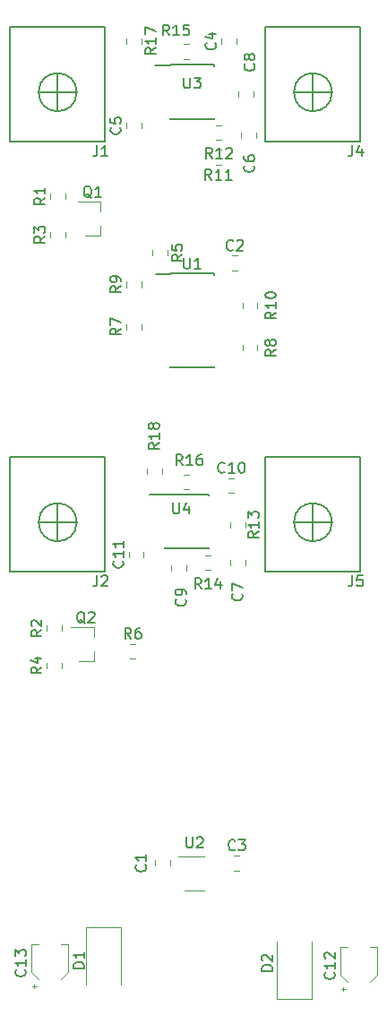
<source format=gbr>
G04 #@! TF.GenerationSoftware,KiCad,Pcbnew,5.0.2+dfsg1-1~bpo9+1*
G04 #@! TF.CreationDate,2019-02-28T12:06:51-08:00*
G04 #@! TF.ProjectId,Drum,4472756d-2e6b-4696-9361-645f70636258,rev?*
G04 #@! TF.SameCoordinates,Original*
G04 #@! TF.FileFunction,Legend,Top*
G04 #@! TF.FilePolarity,Positive*
%FSLAX46Y46*%
G04 Gerber Fmt 4.6, Leading zero omitted, Abs format (unit mm)*
G04 Created by KiCad (PCBNEW 5.0.2+dfsg1-1~bpo9+1) date Thu 28 Feb 2019 12:06:51 PM PST*
%MOMM*%
%LPD*%
G01*
G04 APERTURE LIST*
%ADD10C,0.120000*%
%ADD11C,0.150000*%
G04 APERTURE END LIST*
D10*
G04 #@! TO.C,C13*
X142649500Y-139855500D02*
X143024500Y-139855500D01*
X142837000Y-140043000D02*
X142837000Y-139668000D01*
X145332000Y-139238563D02*
X146032000Y-138538563D01*
X143212000Y-139238563D02*
X142512000Y-138538563D01*
X146032000Y-138538563D02*
X146032000Y-135908000D01*
X142512000Y-138538563D02*
X142512000Y-135908000D01*
X142512000Y-135908000D02*
X143212000Y-135908000D01*
X146032000Y-135908000D02*
X145332000Y-135908000D01*
G04 #@! TO.C,C12*
X175242000Y-136162000D02*
X174542000Y-136162000D01*
X171722000Y-136162000D02*
X172422000Y-136162000D01*
X171722000Y-138792563D02*
X171722000Y-136162000D01*
X175242000Y-138792563D02*
X175242000Y-136162000D01*
X172422000Y-139492563D02*
X171722000Y-138792563D01*
X174542000Y-139492563D02*
X175242000Y-138792563D01*
X172047000Y-140297000D02*
X172047000Y-139922000D01*
X171859500Y-140109500D02*
X172234500Y-140109500D01*
G04 #@! TO.C,D1*
X151002000Y-134268000D02*
X151002000Y-139668000D01*
X147702000Y-134268000D02*
X147702000Y-139668000D01*
X151002000Y-134268000D02*
X147702000Y-134268000D01*
G04 #@! TO.C,D2*
X165736000Y-141068000D02*
X169036000Y-141068000D01*
X169036000Y-141068000D02*
X169036000Y-135668000D01*
X165736000Y-141068000D02*
X165736000Y-135668000D01*
G04 #@! TO.C,C1*
X154250000Y-127965422D02*
X154250000Y-128482578D01*
X155670000Y-127965422D02*
X155670000Y-128482578D01*
G04 #@! TO.C,C2*
X161517922Y-72252000D02*
X162035078Y-72252000D01*
X161517922Y-70832000D02*
X162035078Y-70832000D01*
G04 #@! TO.C,C3*
X161701422Y-128934000D02*
X162218578Y-128934000D01*
X161701422Y-127514000D02*
X162218578Y-127514000D01*
G04 #@! TO.C,C4*
X161924000Y-50800578D02*
X161924000Y-50283422D01*
X160504000Y-50800578D02*
X160504000Y-50283422D01*
G04 #@! TO.C,C5*
X152924000Y-58800578D02*
X152924000Y-58283422D01*
X151504000Y-58800578D02*
X151504000Y-58283422D01*
G04 #@! TO.C,C6*
X162358000Y-59177422D02*
X162358000Y-59694578D01*
X163778000Y-59177422D02*
X163778000Y-59694578D01*
G04 #@! TO.C,C7*
X162762000Y-100080578D02*
X162762000Y-99563422D01*
X161342000Y-100080578D02*
X161342000Y-99563422D01*
G04 #@! TO.C,C8*
X162104000Y-55283422D02*
X162104000Y-55800578D01*
X163524000Y-55283422D02*
X163524000Y-55800578D01*
G04 #@! TO.C,C9*
X155754000Y-100071422D02*
X155754000Y-100588578D01*
X157174000Y-100071422D02*
X157174000Y-100588578D01*
G04 #@! TO.C,C10*
X161193422Y-93252000D02*
X161710578Y-93252000D01*
X161193422Y-91832000D02*
X161710578Y-91832000D01*
G04 #@! TO.C,C11*
X153162000Y-99300578D02*
X153162000Y-98783422D01*
X151742000Y-99300578D02*
X151742000Y-98783422D01*
D11*
G04 #@! TO.C,J5*
X164664000Y-89812000D02*
X173664000Y-89812000D01*
X164664000Y-100712000D02*
X173664000Y-100712000D01*
X164664000Y-89812000D02*
X164664000Y-100712000D01*
X173664000Y-89812000D02*
X173664000Y-100712000D01*
X170964000Y-96012000D02*
G75*
G03X170964000Y-96012000I-1800000J0D01*
G01*
X169164000Y-94212000D02*
X169164000Y-97812000D01*
X167364000Y-96012000D02*
X170964000Y-96012000D01*
G04 #@! TO.C,J1*
X140534000Y-49172000D02*
X149534000Y-49172000D01*
X140534000Y-60072000D02*
X149534000Y-60072000D01*
X140534000Y-49172000D02*
X140534000Y-60072000D01*
X149534000Y-49172000D02*
X149534000Y-60072000D01*
X146834000Y-55372000D02*
G75*
G03X146834000Y-55372000I-1800000J0D01*
G01*
X145034000Y-53572000D02*
X145034000Y-57172000D01*
X143234000Y-55372000D02*
X146834000Y-55372000D01*
G04 #@! TO.C,J2*
X140534000Y-89812000D02*
X149534000Y-89812000D01*
X140534000Y-100712000D02*
X149534000Y-100712000D01*
X140534000Y-89812000D02*
X140534000Y-100712000D01*
X149534000Y-89812000D02*
X149534000Y-100712000D01*
X146834000Y-96012000D02*
G75*
G03X146834000Y-96012000I-1800000J0D01*
G01*
X145034000Y-94212000D02*
X145034000Y-97812000D01*
X143234000Y-96012000D02*
X146834000Y-96012000D01*
G04 #@! TO.C,J4*
X164664000Y-49172000D02*
X173664000Y-49172000D01*
X164664000Y-60072000D02*
X173664000Y-60072000D01*
X164664000Y-49172000D02*
X164664000Y-60072000D01*
X173664000Y-49172000D02*
X173664000Y-60072000D01*
X170964000Y-55372000D02*
G75*
G03X170964000Y-55372000I-1800000J0D01*
G01*
X169164000Y-53572000D02*
X169164000Y-57172000D01*
X167364000Y-55372000D02*
X170964000Y-55372000D01*
G04 #@! TO.C,U1*
X155659000Y-72537000D02*
X154284000Y-72537000D01*
X155659000Y-81412000D02*
X159809000Y-81412000D01*
X155659000Y-72512000D02*
X159809000Y-72512000D01*
X155659000Y-81412000D02*
X155659000Y-81297000D01*
X159809000Y-81412000D02*
X159809000Y-81297000D01*
X159809000Y-72512000D02*
X159809000Y-72627000D01*
X155659000Y-72512000D02*
X155659000Y-72537000D01*
G04 #@! TO.C,U3*
X155659000Y-52847000D02*
X154259000Y-52847000D01*
X155659000Y-57947000D02*
X159809000Y-57947000D01*
X155659000Y-52797000D02*
X159809000Y-52797000D01*
X155659000Y-57947000D02*
X155659000Y-57802000D01*
X159809000Y-57947000D02*
X159809000Y-57802000D01*
X159809000Y-52797000D02*
X159809000Y-52942000D01*
X155659000Y-52797000D02*
X155659000Y-52847000D01*
G04 #@! TO.C,U4*
X155127000Y-93417000D02*
X153727000Y-93417000D01*
X155127000Y-98517000D02*
X159277000Y-98517000D01*
X155127000Y-93367000D02*
X159277000Y-93367000D01*
X155127000Y-98517000D02*
X155127000Y-98372000D01*
X159277000Y-98517000D02*
X159277000Y-98372000D01*
X159277000Y-93367000D02*
X159277000Y-93512000D01*
X155127000Y-93367000D02*
X155127000Y-93417000D01*
D10*
G04 #@! TO.C,Q1*
X149096000Y-68890000D02*
X147636000Y-68890000D01*
X149096000Y-65730000D02*
X146936000Y-65730000D01*
X149096000Y-65730000D02*
X149096000Y-66660000D01*
X149096000Y-68890000D02*
X149096000Y-67960000D01*
G04 #@! TO.C,Q2*
X148474000Y-109122000D02*
X147014000Y-109122000D01*
X148474000Y-105962000D02*
X146314000Y-105962000D01*
X148474000Y-105962000D02*
X148474000Y-106892000D01*
X148474000Y-109122000D02*
X148474000Y-108192000D01*
G04 #@! TO.C,U2*
X158860000Y-127614000D02*
X156410000Y-127614000D01*
X157060000Y-130834000D02*
X158860000Y-130834000D01*
G04 #@! TO.C,R5*
X154004000Y-70283422D02*
X154004000Y-70800578D01*
X155424000Y-70283422D02*
X155424000Y-70800578D01*
G04 #@! TO.C,R4*
X145424000Y-109800578D02*
X145424000Y-109283422D01*
X144004000Y-109800578D02*
X144004000Y-109283422D01*
G04 #@! TO.C,R3*
X145744000Y-69092578D02*
X145744000Y-68575422D01*
X144324000Y-69092578D02*
X144324000Y-68575422D01*
G04 #@! TO.C,R2*
X145424000Y-106300578D02*
X145424000Y-105783422D01*
X144004000Y-106300578D02*
X144004000Y-105783422D01*
G04 #@! TO.C,R1*
X145744000Y-65458078D02*
X145744000Y-64940922D01*
X144324000Y-65458078D02*
X144324000Y-64940922D01*
G04 #@! TO.C,R6*
X151887422Y-108914000D02*
X152404578Y-108914000D01*
X151887422Y-107494000D02*
X152404578Y-107494000D01*
G04 #@! TO.C,R7*
X152924000Y-77800578D02*
X152924000Y-77283422D01*
X151504000Y-77800578D02*
X151504000Y-77283422D01*
G04 #@! TO.C,R8*
X163924000Y-79800578D02*
X163924000Y-79283422D01*
X162504000Y-79800578D02*
X162504000Y-79283422D01*
G04 #@! TO.C,R9*
X152924000Y-73800578D02*
X152924000Y-73283422D01*
X151504000Y-73800578D02*
X151504000Y-73283422D01*
G04 #@! TO.C,R12*
X160015422Y-59892000D02*
X160532578Y-59892000D01*
X160015422Y-58472000D02*
X160532578Y-58472000D01*
G04 #@! TO.C,R13*
X162762000Y-96524578D02*
X162762000Y-96007422D01*
X161342000Y-96524578D02*
X161342000Y-96007422D01*
G04 #@! TO.C,R14*
X158999422Y-100532000D02*
X159516578Y-100532000D01*
X158999422Y-99112000D02*
X159516578Y-99112000D01*
G04 #@! TO.C,R15*
X157472578Y-50832000D02*
X156955422Y-50832000D01*
X157472578Y-52252000D02*
X156955422Y-52252000D01*
G04 #@! TO.C,R16*
X157484578Y-91492000D02*
X156967422Y-91492000D01*
X157484578Y-92912000D02*
X156967422Y-92912000D01*
G04 #@! TO.C,R17*
X151504000Y-50283422D02*
X151504000Y-50800578D01*
X152924000Y-50283422D02*
X152924000Y-50800578D01*
G04 #@! TO.C,R18*
X154888000Y-91444578D02*
X154888000Y-90927422D01*
X153468000Y-91444578D02*
X153468000Y-90927422D01*
G04 #@! TO.C,R10*
X163924000Y-75800578D02*
X163924000Y-75283422D01*
X162504000Y-75800578D02*
X162504000Y-75283422D01*
G04 #@! TO.C,R11*
X160472578Y-60832000D02*
X159955422Y-60832000D01*
X160472578Y-62252000D02*
X159955422Y-62252000D01*
G04 #@! TO.C,C13*
D11*
X141929142Y-138310857D02*
X141976761Y-138358476D01*
X142024380Y-138501333D01*
X142024380Y-138596571D01*
X141976761Y-138739428D01*
X141881523Y-138834666D01*
X141786285Y-138882285D01*
X141595809Y-138929904D01*
X141452952Y-138929904D01*
X141262476Y-138882285D01*
X141167238Y-138834666D01*
X141072000Y-138739428D01*
X141024380Y-138596571D01*
X141024380Y-138501333D01*
X141072000Y-138358476D01*
X141119619Y-138310857D01*
X142024380Y-137358476D02*
X142024380Y-137929904D01*
X142024380Y-137644190D02*
X141024380Y-137644190D01*
X141167238Y-137739428D01*
X141262476Y-137834666D01*
X141310095Y-137929904D01*
X141024380Y-137025142D02*
X141024380Y-136406095D01*
X141405333Y-136739428D01*
X141405333Y-136596571D01*
X141452952Y-136501333D01*
X141500571Y-136453714D01*
X141595809Y-136406095D01*
X141833904Y-136406095D01*
X141929142Y-136453714D01*
X141976761Y-136501333D01*
X142024380Y-136596571D01*
X142024380Y-136882285D01*
X141976761Y-136977523D01*
X141929142Y-137025142D01*
G04 #@! TO.C,C12*
X171139142Y-138564857D02*
X171186761Y-138612476D01*
X171234380Y-138755333D01*
X171234380Y-138850571D01*
X171186761Y-138993428D01*
X171091523Y-139088666D01*
X170996285Y-139136285D01*
X170805809Y-139183904D01*
X170662952Y-139183904D01*
X170472476Y-139136285D01*
X170377238Y-139088666D01*
X170282000Y-138993428D01*
X170234380Y-138850571D01*
X170234380Y-138755333D01*
X170282000Y-138612476D01*
X170329619Y-138564857D01*
X171234380Y-137612476D02*
X171234380Y-138183904D01*
X171234380Y-137898190D02*
X170234380Y-137898190D01*
X170377238Y-137993428D01*
X170472476Y-138088666D01*
X170520095Y-138183904D01*
X170329619Y-137231523D02*
X170282000Y-137183904D01*
X170234380Y-137088666D01*
X170234380Y-136850571D01*
X170282000Y-136755333D01*
X170329619Y-136707714D01*
X170424857Y-136660095D01*
X170520095Y-136660095D01*
X170662952Y-136707714D01*
X171234380Y-137279142D01*
X171234380Y-136660095D01*
G04 #@! TO.C,D1*
X147518380Y-138152095D02*
X146518380Y-138152095D01*
X146518380Y-137914000D01*
X146566000Y-137771142D01*
X146661238Y-137675904D01*
X146756476Y-137628285D01*
X146946952Y-137580666D01*
X147089809Y-137580666D01*
X147280285Y-137628285D01*
X147375523Y-137675904D01*
X147470761Y-137771142D01*
X147518380Y-137914000D01*
X147518380Y-138152095D01*
X147518380Y-136628285D02*
X147518380Y-137199714D01*
X147518380Y-136914000D02*
X146518380Y-136914000D01*
X146661238Y-137009238D01*
X146756476Y-137104476D01*
X146804095Y-137199714D01*
G04 #@! TO.C,D2*
X165338380Y-138406095D02*
X164338380Y-138406095D01*
X164338380Y-138168000D01*
X164386000Y-138025142D01*
X164481238Y-137929904D01*
X164576476Y-137882285D01*
X164766952Y-137834666D01*
X164909809Y-137834666D01*
X165100285Y-137882285D01*
X165195523Y-137929904D01*
X165290761Y-138025142D01*
X165338380Y-138168000D01*
X165338380Y-138406095D01*
X164433619Y-137453714D02*
X164386000Y-137406095D01*
X164338380Y-137310857D01*
X164338380Y-137072761D01*
X164386000Y-136977523D01*
X164433619Y-136929904D01*
X164528857Y-136882285D01*
X164624095Y-136882285D01*
X164766952Y-136929904D01*
X165338380Y-137501333D01*
X165338380Y-136882285D01*
G04 #@! TO.C,C1*
X153317142Y-128390666D02*
X153364761Y-128438285D01*
X153412380Y-128581142D01*
X153412380Y-128676380D01*
X153364761Y-128819238D01*
X153269523Y-128914476D01*
X153174285Y-128962095D01*
X152983809Y-129009714D01*
X152840952Y-129009714D01*
X152650476Y-128962095D01*
X152555238Y-128914476D01*
X152460000Y-128819238D01*
X152412380Y-128676380D01*
X152412380Y-128581142D01*
X152460000Y-128438285D01*
X152507619Y-128390666D01*
X153412380Y-127438285D02*
X153412380Y-128009714D01*
X153412380Y-127724000D02*
X152412380Y-127724000D01*
X152555238Y-127819238D01*
X152650476Y-127914476D01*
X152698095Y-128009714D01*
G04 #@! TO.C,C2*
X161609833Y-70249142D02*
X161562214Y-70296761D01*
X161419357Y-70344380D01*
X161324119Y-70344380D01*
X161181261Y-70296761D01*
X161086023Y-70201523D01*
X161038404Y-70106285D01*
X160990785Y-69915809D01*
X160990785Y-69772952D01*
X161038404Y-69582476D01*
X161086023Y-69487238D01*
X161181261Y-69392000D01*
X161324119Y-69344380D01*
X161419357Y-69344380D01*
X161562214Y-69392000D01*
X161609833Y-69439619D01*
X161990785Y-69439619D02*
X162038404Y-69392000D01*
X162133642Y-69344380D01*
X162371738Y-69344380D01*
X162466976Y-69392000D01*
X162514595Y-69439619D01*
X162562214Y-69534857D01*
X162562214Y-69630095D01*
X162514595Y-69772952D01*
X161943166Y-70344380D01*
X162562214Y-70344380D01*
G04 #@! TO.C,C3*
X161793333Y-126931142D02*
X161745714Y-126978761D01*
X161602857Y-127026380D01*
X161507619Y-127026380D01*
X161364761Y-126978761D01*
X161269523Y-126883523D01*
X161221904Y-126788285D01*
X161174285Y-126597809D01*
X161174285Y-126454952D01*
X161221904Y-126264476D01*
X161269523Y-126169238D01*
X161364761Y-126074000D01*
X161507619Y-126026380D01*
X161602857Y-126026380D01*
X161745714Y-126074000D01*
X161793333Y-126121619D01*
X162126666Y-126026380D02*
X162745714Y-126026380D01*
X162412380Y-126407333D01*
X162555238Y-126407333D01*
X162650476Y-126454952D01*
X162698095Y-126502571D01*
X162745714Y-126597809D01*
X162745714Y-126835904D01*
X162698095Y-126931142D01*
X162650476Y-126978761D01*
X162555238Y-127026380D01*
X162269523Y-127026380D01*
X162174285Y-126978761D01*
X162126666Y-126931142D01*
G04 #@! TO.C,C4*
X159921142Y-50708666D02*
X159968761Y-50756285D01*
X160016380Y-50899142D01*
X160016380Y-50994380D01*
X159968761Y-51137238D01*
X159873523Y-51232476D01*
X159778285Y-51280095D01*
X159587809Y-51327714D01*
X159444952Y-51327714D01*
X159254476Y-51280095D01*
X159159238Y-51232476D01*
X159064000Y-51137238D01*
X159016380Y-50994380D01*
X159016380Y-50899142D01*
X159064000Y-50756285D01*
X159111619Y-50708666D01*
X159349714Y-49851523D02*
X160016380Y-49851523D01*
X158968761Y-50089619D02*
X159683047Y-50327714D01*
X159683047Y-49708666D01*
G04 #@! TO.C,C5*
X150921142Y-58708666D02*
X150968761Y-58756285D01*
X151016380Y-58899142D01*
X151016380Y-58994380D01*
X150968761Y-59137238D01*
X150873523Y-59232476D01*
X150778285Y-59280095D01*
X150587809Y-59327714D01*
X150444952Y-59327714D01*
X150254476Y-59280095D01*
X150159238Y-59232476D01*
X150064000Y-59137238D01*
X150016380Y-58994380D01*
X150016380Y-58899142D01*
X150064000Y-58756285D01*
X150111619Y-58708666D01*
X150016380Y-57803904D02*
X150016380Y-58280095D01*
X150492571Y-58327714D01*
X150444952Y-58280095D01*
X150397333Y-58184857D01*
X150397333Y-57946761D01*
X150444952Y-57851523D01*
X150492571Y-57803904D01*
X150587809Y-57756285D01*
X150825904Y-57756285D01*
X150921142Y-57803904D01*
X150968761Y-57851523D01*
X151016380Y-57946761D01*
X151016380Y-58184857D01*
X150968761Y-58280095D01*
X150921142Y-58327714D01*
G04 #@! TO.C,C6*
X163533142Y-62290666D02*
X163580761Y-62338285D01*
X163628380Y-62481142D01*
X163628380Y-62576380D01*
X163580761Y-62719238D01*
X163485523Y-62814476D01*
X163390285Y-62862095D01*
X163199809Y-62909714D01*
X163056952Y-62909714D01*
X162866476Y-62862095D01*
X162771238Y-62814476D01*
X162676000Y-62719238D01*
X162628380Y-62576380D01*
X162628380Y-62481142D01*
X162676000Y-62338285D01*
X162723619Y-62290666D01*
X162628380Y-61433523D02*
X162628380Y-61624000D01*
X162676000Y-61719238D01*
X162723619Y-61766857D01*
X162866476Y-61862095D01*
X163056952Y-61909714D01*
X163437904Y-61909714D01*
X163533142Y-61862095D01*
X163580761Y-61814476D01*
X163628380Y-61719238D01*
X163628380Y-61528761D01*
X163580761Y-61433523D01*
X163533142Y-61385904D01*
X163437904Y-61338285D01*
X163199809Y-61338285D01*
X163104571Y-61385904D01*
X163056952Y-61433523D01*
X163009333Y-61528761D01*
X163009333Y-61719238D01*
X163056952Y-61814476D01*
X163104571Y-61862095D01*
X163199809Y-61909714D01*
G04 #@! TO.C,C7*
X162409142Y-102782666D02*
X162456761Y-102830285D01*
X162504380Y-102973142D01*
X162504380Y-103068380D01*
X162456761Y-103211238D01*
X162361523Y-103306476D01*
X162266285Y-103354095D01*
X162075809Y-103401714D01*
X161932952Y-103401714D01*
X161742476Y-103354095D01*
X161647238Y-103306476D01*
X161552000Y-103211238D01*
X161504380Y-103068380D01*
X161504380Y-102973142D01*
X161552000Y-102830285D01*
X161599619Y-102782666D01*
X161504380Y-102449333D02*
X161504380Y-101782666D01*
X162504380Y-102211238D01*
G04 #@! TO.C,C8*
X163571142Y-52708666D02*
X163618761Y-52756285D01*
X163666380Y-52899142D01*
X163666380Y-52994380D01*
X163618761Y-53137238D01*
X163523523Y-53232476D01*
X163428285Y-53280095D01*
X163237809Y-53327714D01*
X163094952Y-53327714D01*
X162904476Y-53280095D01*
X162809238Y-53232476D01*
X162714000Y-53137238D01*
X162666380Y-52994380D01*
X162666380Y-52899142D01*
X162714000Y-52756285D01*
X162761619Y-52708666D01*
X163094952Y-52137238D02*
X163047333Y-52232476D01*
X162999714Y-52280095D01*
X162904476Y-52327714D01*
X162856857Y-52327714D01*
X162761619Y-52280095D01*
X162714000Y-52232476D01*
X162666380Y-52137238D01*
X162666380Y-51946761D01*
X162714000Y-51851523D01*
X162761619Y-51803904D01*
X162856857Y-51756285D01*
X162904476Y-51756285D01*
X162999714Y-51803904D01*
X163047333Y-51851523D01*
X163094952Y-51946761D01*
X163094952Y-52137238D01*
X163142571Y-52232476D01*
X163190190Y-52280095D01*
X163285428Y-52327714D01*
X163475904Y-52327714D01*
X163571142Y-52280095D01*
X163618761Y-52232476D01*
X163666380Y-52137238D01*
X163666380Y-51946761D01*
X163618761Y-51851523D01*
X163571142Y-51803904D01*
X163475904Y-51756285D01*
X163285428Y-51756285D01*
X163190190Y-51803904D01*
X163142571Y-51851523D01*
X163094952Y-51946761D01*
G04 #@! TO.C,C9*
X157075142Y-103290666D02*
X157122761Y-103338285D01*
X157170380Y-103481142D01*
X157170380Y-103576380D01*
X157122761Y-103719238D01*
X157027523Y-103814476D01*
X156932285Y-103862095D01*
X156741809Y-103909714D01*
X156598952Y-103909714D01*
X156408476Y-103862095D01*
X156313238Y-103814476D01*
X156218000Y-103719238D01*
X156170380Y-103576380D01*
X156170380Y-103481142D01*
X156218000Y-103338285D01*
X156265619Y-103290666D01*
X157170380Y-102814476D02*
X157170380Y-102624000D01*
X157122761Y-102528761D01*
X157075142Y-102481142D01*
X156932285Y-102385904D01*
X156741809Y-102338285D01*
X156360857Y-102338285D01*
X156265619Y-102385904D01*
X156218000Y-102433523D01*
X156170380Y-102528761D01*
X156170380Y-102719238D01*
X156218000Y-102814476D01*
X156265619Y-102862095D01*
X156360857Y-102909714D01*
X156598952Y-102909714D01*
X156694190Y-102862095D01*
X156741809Y-102814476D01*
X156789428Y-102719238D01*
X156789428Y-102528761D01*
X156741809Y-102433523D01*
X156694190Y-102385904D01*
X156598952Y-102338285D01*
G04 #@! TO.C,C10*
X160809142Y-91249142D02*
X160761523Y-91296761D01*
X160618666Y-91344380D01*
X160523428Y-91344380D01*
X160380571Y-91296761D01*
X160285333Y-91201523D01*
X160237714Y-91106285D01*
X160190095Y-90915809D01*
X160190095Y-90772952D01*
X160237714Y-90582476D01*
X160285333Y-90487238D01*
X160380571Y-90392000D01*
X160523428Y-90344380D01*
X160618666Y-90344380D01*
X160761523Y-90392000D01*
X160809142Y-90439619D01*
X161761523Y-91344380D02*
X161190095Y-91344380D01*
X161475809Y-91344380D02*
X161475809Y-90344380D01*
X161380571Y-90487238D01*
X161285333Y-90582476D01*
X161190095Y-90630095D01*
X162380571Y-90344380D02*
X162475809Y-90344380D01*
X162571047Y-90392000D01*
X162618666Y-90439619D01*
X162666285Y-90534857D01*
X162713904Y-90725333D01*
X162713904Y-90963428D01*
X162666285Y-91153904D01*
X162618666Y-91249142D01*
X162571047Y-91296761D01*
X162475809Y-91344380D01*
X162380571Y-91344380D01*
X162285333Y-91296761D01*
X162237714Y-91249142D01*
X162190095Y-91153904D01*
X162142476Y-90963428D01*
X162142476Y-90725333D01*
X162190095Y-90534857D01*
X162237714Y-90439619D01*
X162285333Y-90392000D01*
X162380571Y-90344380D01*
G04 #@! TO.C,C11*
X151159142Y-99684857D02*
X151206761Y-99732476D01*
X151254380Y-99875333D01*
X151254380Y-99970571D01*
X151206761Y-100113428D01*
X151111523Y-100208666D01*
X151016285Y-100256285D01*
X150825809Y-100303904D01*
X150682952Y-100303904D01*
X150492476Y-100256285D01*
X150397238Y-100208666D01*
X150302000Y-100113428D01*
X150254380Y-99970571D01*
X150254380Y-99875333D01*
X150302000Y-99732476D01*
X150349619Y-99684857D01*
X151254380Y-98732476D02*
X151254380Y-99303904D01*
X151254380Y-99018190D02*
X150254380Y-99018190D01*
X150397238Y-99113428D01*
X150492476Y-99208666D01*
X150540095Y-99303904D01*
X151254380Y-97780095D02*
X151254380Y-98351523D01*
X151254380Y-98065809D02*
X150254380Y-98065809D01*
X150397238Y-98161047D01*
X150492476Y-98256285D01*
X150540095Y-98351523D01*
G04 #@! TO.C,J5*
X172894666Y-101052380D02*
X172894666Y-101766666D01*
X172847047Y-101909523D01*
X172751809Y-102004761D01*
X172608952Y-102052380D01*
X172513714Y-102052380D01*
X173847047Y-101052380D02*
X173370857Y-101052380D01*
X173323238Y-101528571D01*
X173370857Y-101480952D01*
X173466095Y-101433333D01*
X173704190Y-101433333D01*
X173799428Y-101480952D01*
X173847047Y-101528571D01*
X173894666Y-101623809D01*
X173894666Y-101861904D01*
X173847047Y-101957142D01*
X173799428Y-102004761D01*
X173704190Y-102052380D01*
X173466095Y-102052380D01*
X173370857Y-102004761D01*
X173323238Y-101957142D01*
G04 #@! TO.C,J1*
X148764666Y-60412380D02*
X148764666Y-61126666D01*
X148717047Y-61269523D01*
X148621809Y-61364761D01*
X148478952Y-61412380D01*
X148383714Y-61412380D01*
X149764666Y-61412380D02*
X149193238Y-61412380D01*
X149478952Y-61412380D02*
X149478952Y-60412380D01*
X149383714Y-60555238D01*
X149288476Y-60650476D01*
X149193238Y-60698095D01*
G04 #@! TO.C,J2*
X148764666Y-101052380D02*
X148764666Y-101766666D01*
X148717047Y-101909523D01*
X148621809Y-102004761D01*
X148478952Y-102052380D01*
X148383714Y-102052380D01*
X149193238Y-101147619D02*
X149240857Y-101100000D01*
X149336095Y-101052380D01*
X149574190Y-101052380D01*
X149669428Y-101100000D01*
X149717047Y-101147619D01*
X149764666Y-101242857D01*
X149764666Y-101338095D01*
X149717047Y-101480952D01*
X149145619Y-102052380D01*
X149764666Y-102052380D01*
G04 #@! TO.C,J4*
X172894666Y-60412380D02*
X172894666Y-61126666D01*
X172847047Y-61269523D01*
X172751809Y-61364761D01*
X172608952Y-61412380D01*
X172513714Y-61412380D01*
X173799428Y-60745714D02*
X173799428Y-61412380D01*
X173561333Y-60364761D02*
X173323238Y-61079047D01*
X173942285Y-61079047D01*
G04 #@! TO.C,U1*
X156972095Y-71039380D02*
X156972095Y-71848904D01*
X157019714Y-71944142D01*
X157067333Y-71991761D01*
X157162571Y-72039380D01*
X157353047Y-72039380D01*
X157448285Y-71991761D01*
X157495904Y-71944142D01*
X157543523Y-71848904D01*
X157543523Y-71039380D01*
X158543523Y-72039380D02*
X157972095Y-72039380D01*
X158257809Y-72039380D02*
X158257809Y-71039380D01*
X158162571Y-71182238D01*
X158067333Y-71277476D01*
X157972095Y-71325095D01*
G04 #@! TO.C,U3*
X156972095Y-53994380D02*
X156972095Y-54803904D01*
X157019714Y-54899142D01*
X157067333Y-54946761D01*
X157162571Y-54994380D01*
X157353047Y-54994380D01*
X157448285Y-54946761D01*
X157495904Y-54899142D01*
X157543523Y-54803904D01*
X157543523Y-53994380D01*
X157924476Y-53994380D02*
X158543523Y-53994380D01*
X158210190Y-54375333D01*
X158353047Y-54375333D01*
X158448285Y-54422952D01*
X158495904Y-54470571D01*
X158543523Y-54565809D01*
X158543523Y-54803904D01*
X158495904Y-54899142D01*
X158448285Y-54946761D01*
X158353047Y-54994380D01*
X158067333Y-54994380D01*
X157972095Y-54946761D01*
X157924476Y-54899142D01*
G04 #@! TO.C,U4*
X155956095Y-94194380D02*
X155956095Y-95003904D01*
X156003714Y-95099142D01*
X156051333Y-95146761D01*
X156146571Y-95194380D01*
X156337047Y-95194380D01*
X156432285Y-95146761D01*
X156479904Y-95099142D01*
X156527523Y-95003904D01*
X156527523Y-94194380D01*
X157432285Y-94527714D02*
X157432285Y-95194380D01*
X157194190Y-94146761D02*
X156956095Y-94861047D01*
X157575142Y-94861047D01*
G04 #@! TO.C,Q1*
X148240761Y-65357619D02*
X148145523Y-65310000D01*
X148050285Y-65214761D01*
X147907428Y-65071904D01*
X147812190Y-65024285D01*
X147716952Y-65024285D01*
X147764571Y-65262380D02*
X147669333Y-65214761D01*
X147574095Y-65119523D01*
X147526476Y-64929047D01*
X147526476Y-64595714D01*
X147574095Y-64405238D01*
X147669333Y-64310000D01*
X147764571Y-64262380D01*
X147955047Y-64262380D01*
X148050285Y-64310000D01*
X148145523Y-64405238D01*
X148193142Y-64595714D01*
X148193142Y-64929047D01*
X148145523Y-65119523D01*
X148050285Y-65214761D01*
X147955047Y-65262380D01*
X147764571Y-65262380D01*
X149145523Y-65262380D02*
X148574095Y-65262380D01*
X148859809Y-65262380D02*
X148859809Y-64262380D01*
X148764571Y-64405238D01*
X148669333Y-64500476D01*
X148574095Y-64548095D01*
G04 #@! TO.C,Q2*
X147618761Y-105589619D02*
X147523523Y-105542000D01*
X147428285Y-105446761D01*
X147285428Y-105303904D01*
X147190190Y-105256285D01*
X147094952Y-105256285D01*
X147142571Y-105494380D02*
X147047333Y-105446761D01*
X146952095Y-105351523D01*
X146904476Y-105161047D01*
X146904476Y-104827714D01*
X146952095Y-104637238D01*
X147047333Y-104542000D01*
X147142571Y-104494380D01*
X147333047Y-104494380D01*
X147428285Y-104542000D01*
X147523523Y-104637238D01*
X147571142Y-104827714D01*
X147571142Y-105161047D01*
X147523523Y-105351523D01*
X147428285Y-105446761D01*
X147333047Y-105494380D01*
X147142571Y-105494380D01*
X147952095Y-104589619D02*
X147999714Y-104542000D01*
X148094952Y-104494380D01*
X148333047Y-104494380D01*
X148428285Y-104542000D01*
X148475904Y-104589619D01*
X148523523Y-104684857D01*
X148523523Y-104780095D01*
X148475904Y-104922952D01*
X147904476Y-105494380D01*
X148523523Y-105494380D01*
G04 #@! TO.C,U2*
X157198095Y-125776380D02*
X157198095Y-126585904D01*
X157245714Y-126681142D01*
X157293333Y-126728761D01*
X157388571Y-126776380D01*
X157579047Y-126776380D01*
X157674285Y-126728761D01*
X157721904Y-126681142D01*
X157769523Y-126585904D01*
X157769523Y-125776380D01*
X158198095Y-125871619D02*
X158245714Y-125824000D01*
X158340952Y-125776380D01*
X158579047Y-125776380D01*
X158674285Y-125824000D01*
X158721904Y-125871619D01*
X158769523Y-125966857D01*
X158769523Y-126062095D01*
X158721904Y-126204952D01*
X158150476Y-126776380D01*
X158769523Y-126776380D01*
G04 #@! TO.C,R5*
X156816380Y-70708666D02*
X156340190Y-71042000D01*
X156816380Y-71280095D02*
X155816380Y-71280095D01*
X155816380Y-70899142D01*
X155864000Y-70803904D01*
X155911619Y-70756285D01*
X156006857Y-70708666D01*
X156149714Y-70708666D01*
X156244952Y-70756285D01*
X156292571Y-70803904D01*
X156340190Y-70899142D01*
X156340190Y-71280095D01*
X155816380Y-69803904D02*
X155816380Y-70280095D01*
X156292571Y-70327714D01*
X156244952Y-70280095D01*
X156197333Y-70184857D01*
X156197333Y-69946761D01*
X156244952Y-69851523D01*
X156292571Y-69803904D01*
X156387809Y-69756285D01*
X156625904Y-69756285D01*
X156721142Y-69803904D01*
X156768761Y-69851523D01*
X156816380Y-69946761D01*
X156816380Y-70184857D01*
X156768761Y-70280095D01*
X156721142Y-70327714D01*
G04 #@! TO.C,R4*
X143516380Y-109708666D02*
X143040190Y-110042000D01*
X143516380Y-110280095D02*
X142516380Y-110280095D01*
X142516380Y-109899142D01*
X142564000Y-109803904D01*
X142611619Y-109756285D01*
X142706857Y-109708666D01*
X142849714Y-109708666D01*
X142944952Y-109756285D01*
X142992571Y-109803904D01*
X143040190Y-109899142D01*
X143040190Y-110280095D01*
X142849714Y-108851523D02*
X143516380Y-108851523D01*
X142468761Y-109089619D02*
X143183047Y-109327714D01*
X143183047Y-108708666D01*
G04 #@! TO.C,R3*
X143836380Y-69000666D02*
X143360190Y-69334000D01*
X143836380Y-69572095D02*
X142836380Y-69572095D01*
X142836380Y-69191142D01*
X142884000Y-69095904D01*
X142931619Y-69048285D01*
X143026857Y-69000666D01*
X143169714Y-69000666D01*
X143264952Y-69048285D01*
X143312571Y-69095904D01*
X143360190Y-69191142D01*
X143360190Y-69572095D01*
X142836380Y-68667333D02*
X142836380Y-68048285D01*
X143217333Y-68381619D01*
X143217333Y-68238761D01*
X143264952Y-68143523D01*
X143312571Y-68095904D01*
X143407809Y-68048285D01*
X143645904Y-68048285D01*
X143741142Y-68095904D01*
X143788761Y-68143523D01*
X143836380Y-68238761D01*
X143836380Y-68524476D01*
X143788761Y-68619714D01*
X143741142Y-68667333D01*
G04 #@! TO.C,R2*
X143516380Y-106208666D02*
X143040190Y-106542000D01*
X143516380Y-106780095D02*
X142516380Y-106780095D01*
X142516380Y-106399142D01*
X142564000Y-106303904D01*
X142611619Y-106256285D01*
X142706857Y-106208666D01*
X142849714Y-106208666D01*
X142944952Y-106256285D01*
X142992571Y-106303904D01*
X143040190Y-106399142D01*
X143040190Y-106780095D01*
X142611619Y-105827714D02*
X142564000Y-105780095D01*
X142516380Y-105684857D01*
X142516380Y-105446761D01*
X142564000Y-105351523D01*
X142611619Y-105303904D01*
X142706857Y-105256285D01*
X142802095Y-105256285D01*
X142944952Y-105303904D01*
X143516380Y-105875333D01*
X143516380Y-105256285D01*
G04 #@! TO.C,R1*
X143836380Y-65366166D02*
X143360190Y-65699500D01*
X143836380Y-65937595D02*
X142836380Y-65937595D01*
X142836380Y-65556642D01*
X142884000Y-65461404D01*
X142931619Y-65413785D01*
X143026857Y-65366166D01*
X143169714Y-65366166D01*
X143264952Y-65413785D01*
X143312571Y-65461404D01*
X143360190Y-65556642D01*
X143360190Y-65937595D01*
X143836380Y-64413785D02*
X143836380Y-64985214D01*
X143836380Y-64699500D02*
X142836380Y-64699500D01*
X142979238Y-64794738D01*
X143074476Y-64889976D01*
X143122095Y-64985214D01*
G04 #@! TO.C,R6*
X151979333Y-107006380D02*
X151646000Y-106530190D01*
X151407904Y-107006380D02*
X151407904Y-106006380D01*
X151788857Y-106006380D01*
X151884095Y-106054000D01*
X151931714Y-106101619D01*
X151979333Y-106196857D01*
X151979333Y-106339714D01*
X151931714Y-106434952D01*
X151884095Y-106482571D01*
X151788857Y-106530190D01*
X151407904Y-106530190D01*
X152836476Y-106006380D02*
X152646000Y-106006380D01*
X152550761Y-106054000D01*
X152503142Y-106101619D01*
X152407904Y-106244476D01*
X152360285Y-106434952D01*
X152360285Y-106815904D01*
X152407904Y-106911142D01*
X152455523Y-106958761D01*
X152550761Y-107006380D01*
X152741238Y-107006380D01*
X152836476Y-106958761D01*
X152884095Y-106911142D01*
X152931714Y-106815904D01*
X152931714Y-106577809D01*
X152884095Y-106482571D01*
X152836476Y-106434952D01*
X152741238Y-106387333D01*
X152550761Y-106387333D01*
X152455523Y-106434952D01*
X152407904Y-106482571D01*
X152360285Y-106577809D01*
G04 #@! TO.C,R7*
X151016380Y-77708666D02*
X150540190Y-78042000D01*
X151016380Y-78280095D02*
X150016380Y-78280095D01*
X150016380Y-77899142D01*
X150064000Y-77803904D01*
X150111619Y-77756285D01*
X150206857Y-77708666D01*
X150349714Y-77708666D01*
X150444952Y-77756285D01*
X150492571Y-77803904D01*
X150540190Y-77899142D01*
X150540190Y-78280095D01*
X150016380Y-77375333D02*
X150016380Y-76708666D01*
X151016380Y-77137238D01*
G04 #@! TO.C,R8*
X165666380Y-79708666D02*
X165190190Y-80042000D01*
X165666380Y-80280095D02*
X164666380Y-80280095D01*
X164666380Y-79899142D01*
X164714000Y-79803904D01*
X164761619Y-79756285D01*
X164856857Y-79708666D01*
X164999714Y-79708666D01*
X165094952Y-79756285D01*
X165142571Y-79803904D01*
X165190190Y-79899142D01*
X165190190Y-80280095D01*
X165094952Y-79137238D02*
X165047333Y-79232476D01*
X164999714Y-79280095D01*
X164904476Y-79327714D01*
X164856857Y-79327714D01*
X164761619Y-79280095D01*
X164714000Y-79232476D01*
X164666380Y-79137238D01*
X164666380Y-78946761D01*
X164714000Y-78851523D01*
X164761619Y-78803904D01*
X164856857Y-78756285D01*
X164904476Y-78756285D01*
X164999714Y-78803904D01*
X165047333Y-78851523D01*
X165094952Y-78946761D01*
X165094952Y-79137238D01*
X165142571Y-79232476D01*
X165190190Y-79280095D01*
X165285428Y-79327714D01*
X165475904Y-79327714D01*
X165571142Y-79280095D01*
X165618761Y-79232476D01*
X165666380Y-79137238D01*
X165666380Y-78946761D01*
X165618761Y-78851523D01*
X165571142Y-78803904D01*
X165475904Y-78756285D01*
X165285428Y-78756285D01*
X165190190Y-78803904D01*
X165142571Y-78851523D01*
X165094952Y-78946761D01*
G04 #@! TO.C,R9*
X151016380Y-73708666D02*
X150540190Y-74042000D01*
X151016380Y-74280095D02*
X150016380Y-74280095D01*
X150016380Y-73899142D01*
X150064000Y-73803904D01*
X150111619Y-73756285D01*
X150206857Y-73708666D01*
X150349714Y-73708666D01*
X150444952Y-73756285D01*
X150492571Y-73803904D01*
X150540190Y-73899142D01*
X150540190Y-74280095D01*
X151016380Y-73232476D02*
X151016380Y-73042000D01*
X150968761Y-72946761D01*
X150921142Y-72899142D01*
X150778285Y-72803904D01*
X150587809Y-72756285D01*
X150206857Y-72756285D01*
X150111619Y-72803904D01*
X150064000Y-72851523D01*
X150016380Y-72946761D01*
X150016380Y-73137238D01*
X150064000Y-73232476D01*
X150111619Y-73280095D01*
X150206857Y-73327714D01*
X150444952Y-73327714D01*
X150540190Y-73280095D01*
X150587809Y-73232476D01*
X150635428Y-73137238D01*
X150635428Y-72946761D01*
X150587809Y-72851523D01*
X150540190Y-72803904D01*
X150444952Y-72756285D01*
G04 #@! TO.C,R12*
X159631142Y-61634380D02*
X159297809Y-61158190D01*
X159059714Y-61634380D02*
X159059714Y-60634380D01*
X159440666Y-60634380D01*
X159535904Y-60682000D01*
X159583523Y-60729619D01*
X159631142Y-60824857D01*
X159631142Y-60967714D01*
X159583523Y-61062952D01*
X159535904Y-61110571D01*
X159440666Y-61158190D01*
X159059714Y-61158190D01*
X160583523Y-61634380D02*
X160012095Y-61634380D01*
X160297809Y-61634380D02*
X160297809Y-60634380D01*
X160202571Y-60777238D01*
X160107333Y-60872476D01*
X160012095Y-60920095D01*
X160964476Y-60729619D02*
X161012095Y-60682000D01*
X161107333Y-60634380D01*
X161345428Y-60634380D01*
X161440666Y-60682000D01*
X161488285Y-60729619D01*
X161535904Y-60824857D01*
X161535904Y-60920095D01*
X161488285Y-61062952D01*
X160916857Y-61634380D01*
X161535904Y-61634380D01*
G04 #@! TO.C,R13*
X164028380Y-96908857D02*
X163552190Y-97242190D01*
X164028380Y-97480285D02*
X163028380Y-97480285D01*
X163028380Y-97099333D01*
X163076000Y-97004095D01*
X163123619Y-96956476D01*
X163218857Y-96908857D01*
X163361714Y-96908857D01*
X163456952Y-96956476D01*
X163504571Y-97004095D01*
X163552190Y-97099333D01*
X163552190Y-97480285D01*
X164028380Y-95956476D02*
X164028380Y-96527904D01*
X164028380Y-96242190D02*
X163028380Y-96242190D01*
X163171238Y-96337428D01*
X163266476Y-96432666D01*
X163314095Y-96527904D01*
X163028380Y-95623142D02*
X163028380Y-95004095D01*
X163409333Y-95337428D01*
X163409333Y-95194571D01*
X163456952Y-95099333D01*
X163504571Y-95051714D01*
X163599809Y-95004095D01*
X163837904Y-95004095D01*
X163933142Y-95051714D01*
X163980761Y-95099333D01*
X164028380Y-95194571D01*
X164028380Y-95480285D01*
X163980761Y-95575523D01*
X163933142Y-95623142D01*
G04 #@! TO.C,R14*
X158615142Y-102306380D02*
X158281809Y-101830190D01*
X158043714Y-102306380D02*
X158043714Y-101306380D01*
X158424666Y-101306380D01*
X158519904Y-101354000D01*
X158567523Y-101401619D01*
X158615142Y-101496857D01*
X158615142Y-101639714D01*
X158567523Y-101734952D01*
X158519904Y-101782571D01*
X158424666Y-101830190D01*
X158043714Y-101830190D01*
X159567523Y-102306380D02*
X158996095Y-102306380D01*
X159281809Y-102306380D02*
X159281809Y-101306380D01*
X159186571Y-101449238D01*
X159091333Y-101544476D01*
X158996095Y-101592095D01*
X160424666Y-101639714D02*
X160424666Y-102306380D01*
X160186571Y-101258761D02*
X159948476Y-101973047D01*
X160567523Y-101973047D01*
G04 #@! TO.C,R15*
X155571142Y-49994380D02*
X155237809Y-49518190D01*
X154999714Y-49994380D02*
X154999714Y-48994380D01*
X155380666Y-48994380D01*
X155475904Y-49042000D01*
X155523523Y-49089619D01*
X155571142Y-49184857D01*
X155571142Y-49327714D01*
X155523523Y-49422952D01*
X155475904Y-49470571D01*
X155380666Y-49518190D01*
X154999714Y-49518190D01*
X156523523Y-49994380D02*
X155952095Y-49994380D01*
X156237809Y-49994380D02*
X156237809Y-48994380D01*
X156142571Y-49137238D01*
X156047333Y-49232476D01*
X155952095Y-49280095D01*
X157428285Y-48994380D02*
X156952095Y-48994380D01*
X156904476Y-49470571D01*
X156952095Y-49422952D01*
X157047333Y-49375333D01*
X157285428Y-49375333D01*
X157380666Y-49422952D01*
X157428285Y-49470571D01*
X157475904Y-49565809D01*
X157475904Y-49803904D01*
X157428285Y-49899142D01*
X157380666Y-49946761D01*
X157285428Y-49994380D01*
X157047333Y-49994380D01*
X156952095Y-49946761D01*
X156904476Y-49899142D01*
G04 #@! TO.C,R16*
X156837142Y-90622380D02*
X156503809Y-90146190D01*
X156265714Y-90622380D02*
X156265714Y-89622380D01*
X156646666Y-89622380D01*
X156741904Y-89670000D01*
X156789523Y-89717619D01*
X156837142Y-89812857D01*
X156837142Y-89955714D01*
X156789523Y-90050952D01*
X156741904Y-90098571D01*
X156646666Y-90146190D01*
X156265714Y-90146190D01*
X157789523Y-90622380D02*
X157218095Y-90622380D01*
X157503809Y-90622380D02*
X157503809Y-89622380D01*
X157408571Y-89765238D01*
X157313333Y-89860476D01*
X157218095Y-89908095D01*
X158646666Y-89622380D02*
X158456190Y-89622380D01*
X158360952Y-89670000D01*
X158313333Y-89717619D01*
X158218095Y-89860476D01*
X158170476Y-90050952D01*
X158170476Y-90431904D01*
X158218095Y-90527142D01*
X158265714Y-90574761D01*
X158360952Y-90622380D01*
X158551428Y-90622380D01*
X158646666Y-90574761D01*
X158694285Y-90527142D01*
X158741904Y-90431904D01*
X158741904Y-90193809D01*
X158694285Y-90098571D01*
X158646666Y-90050952D01*
X158551428Y-90003333D01*
X158360952Y-90003333D01*
X158265714Y-90050952D01*
X158218095Y-90098571D01*
X158170476Y-90193809D01*
G04 #@! TO.C,R17*
X154316380Y-51184857D02*
X153840190Y-51518190D01*
X154316380Y-51756285D02*
X153316380Y-51756285D01*
X153316380Y-51375333D01*
X153364000Y-51280095D01*
X153411619Y-51232476D01*
X153506857Y-51184857D01*
X153649714Y-51184857D01*
X153744952Y-51232476D01*
X153792571Y-51280095D01*
X153840190Y-51375333D01*
X153840190Y-51756285D01*
X154316380Y-50232476D02*
X154316380Y-50803904D01*
X154316380Y-50518190D02*
X153316380Y-50518190D01*
X153459238Y-50613428D01*
X153554476Y-50708666D01*
X153602095Y-50803904D01*
X153316380Y-49899142D02*
X153316380Y-49232476D01*
X154316380Y-49661047D01*
G04 #@! TO.C,R18*
X154630380Y-88526857D02*
X154154190Y-88860190D01*
X154630380Y-89098285D02*
X153630380Y-89098285D01*
X153630380Y-88717333D01*
X153678000Y-88622095D01*
X153725619Y-88574476D01*
X153820857Y-88526857D01*
X153963714Y-88526857D01*
X154058952Y-88574476D01*
X154106571Y-88622095D01*
X154154190Y-88717333D01*
X154154190Y-89098285D01*
X154630380Y-87574476D02*
X154630380Y-88145904D01*
X154630380Y-87860190D02*
X153630380Y-87860190D01*
X153773238Y-87955428D01*
X153868476Y-88050666D01*
X153916095Y-88145904D01*
X154058952Y-87003047D02*
X154011333Y-87098285D01*
X153963714Y-87145904D01*
X153868476Y-87193523D01*
X153820857Y-87193523D01*
X153725619Y-87145904D01*
X153678000Y-87098285D01*
X153630380Y-87003047D01*
X153630380Y-86812571D01*
X153678000Y-86717333D01*
X153725619Y-86669714D01*
X153820857Y-86622095D01*
X153868476Y-86622095D01*
X153963714Y-86669714D01*
X154011333Y-86717333D01*
X154058952Y-86812571D01*
X154058952Y-87003047D01*
X154106571Y-87098285D01*
X154154190Y-87145904D01*
X154249428Y-87193523D01*
X154439904Y-87193523D01*
X154535142Y-87145904D01*
X154582761Y-87098285D01*
X154630380Y-87003047D01*
X154630380Y-86812571D01*
X154582761Y-86717333D01*
X154535142Y-86669714D01*
X154439904Y-86622095D01*
X154249428Y-86622095D01*
X154154190Y-86669714D01*
X154106571Y-86717333D01*
X154058952Y-86812571D01*
G04 #@! TO.C,R10*
X165666380Y-76184857D02*
X165190190Y-76518190D01*
X165666380Y-76756285D02*
X164666380Y-76756285D01*
X164666380Y-76375333D01*
X164714000Y-76280095D01*
X164761619Y-76232476D01*
X164856857Y-76184857D01*
X164999714Y-76184857D01*
X165094952Y-76232476D01*
X165142571Y-76280095D01*
X165190190Y-76375333D01*
X165190190Y-76756285D01*
X165666380Y-75232476D02*
X165666380Y-75803904D01*
X165666380Y-75518190D02*
X164666380Y-75518190D01*
X164809238Y-75613428D01*
X164904476Y-75708666D01*
X164952095Y-75803904D01*
X164666380Y-74613428D02*
X164666380Y-74518190D01*
X164714000Y-74422952D01*
X164761619Y-74375333D01*
X164856857Y-74327714D01*
X165047333Y-74280095D01*
X165285428Y-74280095D01*
X165475904Y-74327714D01*
X165571142Y-74375333D01*
X165618761Y-74422952D01*
X165666380Y-74518190D01*
X165666380Y-74613428D01*
X165618761Y-74708666D01*
X165571142Y-74756285D01*
X165475904Y-74803904D01*
X165285428Y-74851523D01*
X165047333Y-74851523D01*
X164856857Y-74803904D01*
X164761619Y-74756285D01*
X164714000Y-74708666D01*
X164666380Y-74613428D01*
G04 #@! TO.C,R11*
X159571142Y-63644380D02*
X159237809Y-63168190D01*
X158999714Y-63644380D02*
X158999714Y-62644380D01*
X159380666Y-62644380D01*
X159475904Y-62692000D01*
X159523523Y-62739619D01*
X159571142Y-62834857D01*
X159571142Y-62977714D01*
X159523523Y-63072952D01*
X159475904Y-63120571D01*
X159380666Y-63168190D01*
X158999714Y-63168190D01*
X160523523Y-63644380D02*
X159952095Y-63644380D01*
X160237809Y-63644380D02*
X160237809Y-62644380D01*
X160142571Y-62787238D01*
X160047333Y-62882476D01*
X159952095Y-62930095D01*
X161475904Y-63644380D02*
X160904476Y-63644380D01*
X161190190Y-63644380D02*
X161190190Y-62644380D01*
X161094952Y-62787238D01*
X160999714Y-62882476D01*
X160904476Y-62930095D01*
G04 #@! TD*
M02*

</source>
